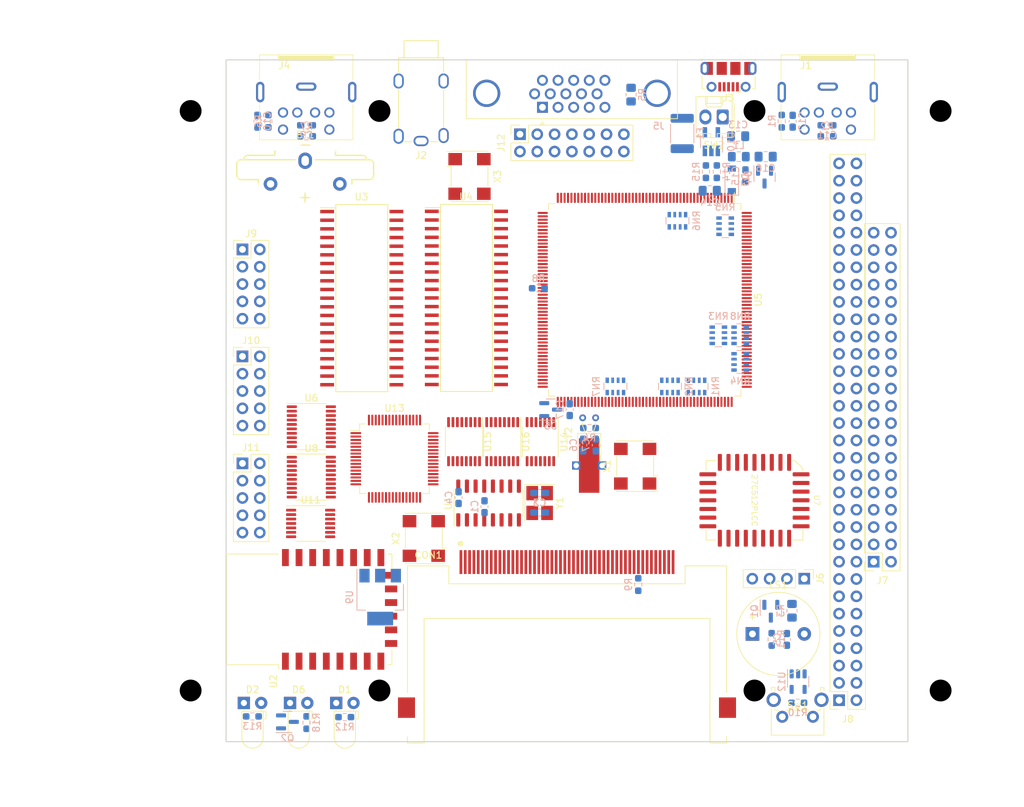
<source format=kicad_pcb>
(kicad_pcb (version 20210424) (generator pcbnew)
  (layers (0 "F.Cu" signal) (31 "B.Cu" signal) (34 "B.Paste" user) (35 "F.Paste" user) (36 "B.SilkS" user "B.Silkscreen") (37 "F.SilkS" user "F.Silkscreen") (38 "B.Mask" user) (39 "F.Mask" user) (44 "Edge.Cuts" user))
  (net 0 "")
  (net 1 "GND")
  (net 2 "Net-(C1-Pad2)")
  (net 3 "+5V")
  (net 4 "Net-(D2-Pad2)")
  (net 5 "Net-(J11-Pad4)")
  (net 6 "/USB_DM")
  (net 7 "/USB_DP")
  (net 8 "/DACK1")
  (net 9 "/DACK0")
  (net 10 "Net-(C5-Pad1)")
  (net 11 "Net-(C2-Pad1)")
  (net 12 "Net-(C3-Pad1)")
  (net 13 "Net-(D1-Pad2)")
  (net 14 "Net-(J6-Pad1)")
  (net 15 "Net-(J6-Pad2)")
  (net 16 "Net-(Q1-Pad1)")
  (net 17 "+BATT")
  (net 18 "Net-(F1-Pad2)")
  (net 19 "+3V3")
  (net 20 "Net-(C6-Pad1)")
  (net 21 "Net-(C7-Pad1)")
  (net 22 "/MEMW")
  (net 23 "/MEMR")
  (net 24 "/REFRESH")
  (net 25 "/MEMCS16")
  (net 26 "/MASTER")
  (net 27 "/IOCS16")
  (net 28 "/DACK5")
  (net 29 "/TC")
  (net 30 "/IOCHRDY")
  (net 31 "/AEN")
  (net 32 "/SD8")
  (net 33 "/SD9")
  (net 34 "/SD10")
  (net 35 "/SD11")
  (net 36 "/SD12")
  (net 37 "/SD13")
  (net 38 "/SD14")
  (net 39 "/SD15")
  (net 40 "/KBSJ")
  (net 41 "/XD7")
  (net 42 "/XD6")
  (net 43 "/XD5")
  (net 44 "/XD4")
  (net 45 "/XD3")
  (net 46 "/BD15")
  (net 47 "/BD14")
  (net 48 "/BD13")
  (net 49 "/BD12")
  (net 50 "/BD11")
  (net 51 "/BD10")
  (net 52 "/BD9")
  (net 53 "/BD8")
  (net 54 "/BD7")
  (net 55 "/BD6")
  (net 56 "/BD5")
  (net 57 "/BD4")
  (net 58 "/BD3")
  (net 59 "/BD2")
  (net 60 "/BD1")
  (net 61 "/BD0")
  (net 62 "/XD2")
  (net 63 "/XD1")
  (net 64 "/XD0")
  (net 65 "/SD7")
  (net 66 "/SD6")
  (net 67 "/SD5")
  (net 68 "/SD4")
  (net 69 "/SD3")
  (net 70 "/SD2")
  (net 71 "/SD1")
  (net 72 "/SD0")
  (net 73 "/SA15")
  (net 74 "/SA14")
  (net 75 "/SA13")
  (net 76 "/SA12")
  (net 77 "/SA11")
  (net 78 "/SA10")
  (net 79 "/SA9")
  (net 80 "/SA8")
  (net 81 "/SA7")
  (net 82 "/SA6")
  (net 83 "/SA5")
  (net 84 "/SA4")
  (net 85 "/SA3")
  (net 86 "/SA2")
  (net 87 "/SA1")
  (net 88 "/SA0")
  (net 89 "/SPKR")
  (net 90 "/WEJ")
  (net 91 "/RASJ0")
  (net 92 "/MA0")
  (net 93 "/MA1")
  (net 94 "/MA2")
  (net 95 "/MA3")
  (net 96 "/MA4")
  (net 97 "/MA5")
  (net 98 "/MA6")
  (net 99 "/MA7")
  (net 100 "/MA8")
  (net 101 "/MA9")
  (net 102 "/CAS0J1")
  (net 103 "/CAS0J0")
  (net 104 "/CAS1J0")
  (net 105 "/CAS1J1")
  (net 106 "/RASJ1")
  (net 107 "/MSCLK")
  (net 108 "/KBCLK")
  (net 109 "/KBDAT")
  (net 110 "/MSDAT")
  (net 111 "Net-(C15-Pad1)")
  (net 112 "Net-(C15-Pad2)")
  (net 113 "Net-(R14-Pad2)")
  (net 114 "/LA23")
  (net 115 "/LA22")
  (net 116 "/LA21")
  (net 117 "/LA20")
  (net 118 "/LA19")
  (net 119 "/LA18")
  (net 120 "/LA17")
  (net 121 "-12V")
  (net 122 "+12V")
  (net 123 "/SMEMW")
  (net 124 "/IOW")
  (net 125 "/SMEMR")
  (net 126 "/RESETL")
  (net 127 "/IRQ14")
  (net 128 "/IOR")
  (net 129 "/HDCS0")
  (net 130 "/HDCS1")
  (net 131 "Net-(J3-Pad1)")
  (net 132 "/~CF_BUSY")
  (net 133 "Net-(CON1-Pad46)")
  (net 134 "Net-(BT1-Pad1)")
  (net 135 "/DRQ7")
  (net 136 "/VGA_R")
  (net 137 "/VGA_G")
  (net 138 "/VGA_B")
  (net 139 "/DACK7")
  (net 140 "/SND_R")
  (net 141 "/RI1")
  (net 142 "/SBHE")
  (net 143 "/DRQ6")
  (net 144 "/DACK6")
  (net 145 "/DRQ5")
  (net 146 "/DRQ0")
  (net 147 "/DACK2")
  (net 148 "/DRQ1")
  (net 149 "/DRQ3")
  (net 150 "/DACK3")
  (net 151 "/DRQ2")
  (net 152 "/UART_INTA")
  (net 153 "/RX1")
  (net 154 "/0x3F8")
  (net 155 "/TX1")
  (net 156 "/0x2F8")
  (net 157 "/RX2")
  (net 158 "/UART_INTB")
  (net 159 "/UART_INTC")
  (net 160 "/0x3E8")
  (net 161 "/0x2E8")
  (net 162 "/UART_INTD")
  (net 163 "/TX2")
  (net 164 "/DSRA")
  (net 165 "Net-(U13-Pad25)")
  (net 166 "/CTSA")
  (net 167 "Net-(U15-Pad7)")
  (net 168 "/DTRA")
  (net 169 "/RTSA")
  (net 170 "/TXA")
  (net 171 "/TXB")
  (net 172 "/RTSB")
  (net 173 "/DTRB")
  (net 174 "/CTSB")
  (net 175 "/DSRB")
  (net 176 "/CDB")
  (net 177 "/RIB")
  (net 178 "/RXB")
  (net 179 "/CTS1")
  (net 180 "/RTS1")
  (net 181 "/DSR1")
  (net 182 "/DTR1")
  (net 183 "/DCD1")
  (net 184 "/RI2")
  (net 185 "/CTS2")
  (net 186 "/RTS2")
  (net 187 "/DSR2")
  (net 188 "/DTR2")
  (net 189 "/DCD2")
  (net 190 "/VGA_MON")
  (net 191 "Net-(J11-Pad1)")
  (net 192 "Net-(J11-Pad8)")
  (net 193 "Net-(J11-Pad6)")
  (net 194 "Net-(J12-Pad6)")
  (net 195 "/SND_L")
  (net 196 "Net-(J5-Pad9)")
  (net 197 "/RXA")
  (net 198 "/RIA")
  (net 199 "/VGA_HS")
  (net 200 "/VGA_VS")
  (net 201 "/CDA")
  (net 202 "/IRQ9")
  (net 203 "/IRQ7")
  (net 204 "/IRQ6")
  (net 205 "/IRQ5")
  (net 206 "/IRQ4")
  (net 207 "/IRQ3")
  (net 208 "/IRQ10")
  (net 209 "/IRQ11")
  (net 210 "/IRQ15")
  (net 211 "/SA19")
  (net 212 "/SA18")
  (net 213 "/SA17")
  (net 214 "/SA16")
  (net 215 "/IOCHCK")
  (net 220 "/RSTDRV")
  (net 221 "/NOWS")
  (net 222 "/SYSCLK")
  (net 223 "/BALE")
  (net 224 "/14MHz")
  (net 225 "/ESP_TX")
  (net 226 "/ESP_RX")
  (net 227 "/ESP_CTS")
  (net 228 "/ESP_RTS")
  (net 229 "Net-(R10-Pad2)")
  (net 230 "/RXC")
  (net 231 "/TXC")
  (net 232 "/RTSC")
  (net 233 "/DTRC")
  (net 234 "/DSRC")
  (net 235 "/CTSC")
  (net 236 "/CLK2")
  (net 237 "/PWG")
  (net 238 "/CTSD")
  (net 239 "/RTSD")
  (net 240 "/TXD")
  (net 241 "/RXD")
  (net 242 "Net-(D6-Pad1)")
  (net 243 "Net-(D6-Pad2)")
  (net 244 "/ESP_RST")
  (footprint "Connector_PinHeader_2.54mm:PinHeader_2x05_P2.54mm_Vertical" (layer "F.Cu") (at 101.8 91.0925)
    (fp_text reference "J10")
    (fp_text value "COM2")
  )
  (footprint "Crystal:Crystal_C38-LF_D3.0mm_L8.0mm_Horizontal_1EP_style2" (layer "F.Cu") (at 151.7 100.1)
    (fp_text reference "Y2")
    (fp_text value "32768 Hz")
  )
  (footprint "RF_Module:ESP-12E" (layer "F.Cu") (at 111.6 128.2 90)
    (fp_text reference "U2")
    (fp_text value "ESP-12E")
  )
  (footprint "Package_SO:SOIC-16_3.9x9.9mm_P1.27mm" (layer "F.Cu") (at 137.9 112.6 90)
    (fp_text reference "U1")
    (fp_text value "CH340G")
  )
  (footprint "Connector_PinSocket_2.54mm:PinSocket_2x32_P2.54mm_Vertical" (layer "F.Cu") (at 189.31 141.525 180)
    (fp_text reference "J8")
    (fp_text value "PC104")
  )
  (footprint "my:MountingHole_3.2mm_M3_dk5.2mm_Mask" (layer "F.Cu") (at 204.2 140.1)
    (fp_text reference "H6" hide)
    (fp_text value "MountingHole")
  )
  (footprint "Package_SO:TSSOP-14_4.4x5mm_P0.65mm" (layer "F.Cu") (at 111.8 115.6)
    (fp_text reference "U11")
    (fp_text value "TXB0104PW")
  )
  (footprint "Button_Switch_THT:SW_Tactile_SPST_Angled_PTS645Vx83-2LFS" (layer "F.Cu") (at 185.475 143.9525 180)
    (fp_text reference "SW1")
    (fp_text value "SW_Push")
  )
  (footprint "Connector_Dsub:DSUB-15-HD_Female_Horizontal_P2.29x1.98mm_EdgePinOffset3.03mm_Housed_MountingHolesOffset4.94mm" (layer "F.Cu") (at 145.8 54.56 180)
    (fp_text reference "J5")
    (fp_text value "DB15_Female_HighDensity_MountingHoles")
  )
  (footprint "my:SOJ-42" (layer "F.Cu") (at 134.6 83.47)
    (fp_text reference "U4")
    (fp_text value "MSM5118160F-JS")
  )
  (footprint "my:MountingHole_3.2mm_M3_dk5.2mm_Mask" (layer "F.Cu") (at 176.9 140.1)
    (fp_text reference "H3" hide)
    (fp_text value "MountingHole")
  )
  (footprint "my:MountingHole_3.2mm_M3_dk5.2mm_Mask" (layer "F.Cu") (at 121.9 55.1)
    (fp_text reference "H1" hide)
    (fp_text value "MountingHole")
  )
  (footprint "my:SOJ-42" (layer "F.Cu") (at 119.25 83.5)
    (fp_text reference "U3")
    (fp_text value "MSM5118160F-JS")
  )
  (footprint "Connector_USB:USB_Micro-B_Molex-105017-0001" (layer "F.Cu") (at 173.1 50.09 180)
    (fp_text reference "J3")
    (fp_text value "USB_B_Micro")
  )
  (footprint "my:PJ-322" (layer "F.Cu") (at 128 52.805)
    (fp_text reference "J2")
    (fp_text value "PJ-320")
  )
  (footprint "LED_THT:LED_D3.0mm_Horizontal_O1.27mm_Z6.0mm" (layer "F.Cu") (at 115.55 141.925)
    (fp_text reference "D1")
    (fp_text value "LED_Red")
  )
  (footprint "Package_QFP:LQFP-64_10x10mm_P0.5mm" (layer "F.Cu") (at 124.1 106.1)
    (fp_text reference "U13")
    (fp_text value "ST16C554")
  )
  (footprint "my:MountingHole_3.2mm_M3_dk5.2mm_Mask" (layer "F.Cu") (at 94.2 140.1)
    (fp_text reference "H7" hide)
    (fp_text value "MountingHole")
  )
  (footprint "Connector_PinSocket_2.54mm:PinSocket_2x07_P2.54mm_Vertical" (layer "F.Cu") (at 142.5 58.51 90)
    (fp_text reference "J12")
    (fp_text value "Conn_02x07_Odd_Even")
  )
  (footprint "Package_QFP:PQFP-208_28x28mm_P0.5mm" (layer "F.Cu") (at 160.8 82.8 -90)
    (fp_text reference "U5")
    (fp_text value "M6117D")
  )
  (footprint "Oscillator:Oscillator_SMD_SeikoEpson_SG8002CA-4Pin_7.0x5.0mm" (layer "F.Cu") (at 159.4 107.2 90)
    (fp_text reference "X1")
    (fp_text value "14.318 MHz")
  )
  (footprint "Package_SO:TSSOP-20_4.4x6.5mm_P0.65mm" (layer "F.Cu") (at 111.9 101.4)
    (fp_text reference "U6")
    (fp_text value "GD75232PW")
  )
  (footprint "my:PLCC-32_11.4x14.0mm_P1.27mm-longpads" (layer "F.Cu") (at 176.9 112.2 -90)
    (fp_text reference "U7")
    (fp_text value "27C512PLCC")
  )
  (footprint "Oscillator:Oscillator_SMD_SeikoEpson_SG8002CA-4Pin_7.0x5.0mm" (layer "F.Cu") (at 128.4 117.8 90)
    (fp_text reference "X2")
    (fp_text value "14.7456 MHz")
  )
  (footprint "my:MountingHole_3.2mm_M3_dk5.2mm_Mask" (layer "F.Cu") (at 176.9 55.1)
    (fp_text reference "H2" hide)
    (fp_text value "MountingHole")
  )
  (footprint "LED_THT:LED_D3.0mm_Horizontal_O1.27mm_Z6.0mm" (layer "F.Cu") (at 108.78 141.925)
    (fp_text reference "D6")
    (fp_text value "LED_Blue")
  )
  (footprint "Package_SO:TSSOP-14_4.4x5mm_P0.65mm" (layer "F.Cu") (at 145.5 103.6 -90)
    (fp_text reference "U14")
    (fp_text value "74LS32")
  )
  (footprint "my:TE_1734451-1-LONG" (layer "F.Cu") (at 149.4 121.2625)
    (fp_text reference "CON1")
    (fp_text value "CF-CARD-cfcard")
  )
  (footprint "my:MountingHole_3.2mm_M3_dk5.2mm_Mask" (layer "F.Cu") (at 204.2 55.1)
    (fp_text reference "H8" hide)
    (fp_text value "MountingHole")
  )
  (footprint "my:MountingHole_3.2mm_M3_dk5.2mm_Mask" (layer "F.Cu") (at 94.2 55.1)
    (fp_text reference "H5" hide)
    (fp_text value "MountingHole")
  )
  (footprint "Crystal:Crystal_SMD_SeikoEpson_TSX3225-4Pin_3.2x2.5mm_HandSoldering" (layer "F.Cu") (at 145.3875 112.6 -90)
    (fp_text reference "Y1")
    (fp_text value "12 MHz")
  )
  (footprint "Connector_PinSocket_2.54mm:PinSocket_2x20_P2.54mm_Vertical" (layer "F.Cu") (at 194.385 121.21 180)
    (fp_text reference "J7")
    (fp_text value "PC104_16")
  )
  (footprint "my:MountingHole_3.2mm_M3_dk5.2mm_Mask" (layer "F.Cu") (at 121.9 140.1)
    (fp_text reference "H4" hide)
    (fp_text value "MountingHole")
  )
  (footprint "Connector_Molex:Molex_KK-254_AE-6410-02A_1x02_P2.54mm_Vertical" (layer "F.Cu") (at 172.24 55.98 180)
    (fp_text reference "SW2")
    (fp_text value "Jumper / Pin header 1x2 Pitch=2.54mm")
  )
  (footprint "LED_THT:LED_D3.0mm_Horizontal_O1.27mm_Z6.0mm" (layer "F.Cu") (at 102.01 141.925)
    (fp_text reference "D2")
    (fp_text value "LED_Green")
  )
  (footprint "Connector_PinHeader_2.54mm:PinHeader_2x05_P2.54mm_Vertical" (layer "F.Cu") (at 101.8 75.405)
    (fp_text reference "J9")
    (fp_text value "COM1")
  )
  (footprint "Oscillator:Oscillator_SMD_SeikoEpson_SG8002CA-4Pin_7.0x5.0mm" (layer "F.Cu") (at 135.1 64.7 -90)
    (fp_text reference "X3")
    (fp_text value "80 MHz")
  )
  (footprint "Package_SO:TSSOP-16_4.4x5mm_P0.65mm" (layer "F.Cu") (at 134.3 103.6 -90)
    (fp_text reference "U15")
    (fp_text value "74HCT138")
  )
  (footprint "my:MINI_DIN_6_33PRIMARY" (layer "F.Cu") (at 111.15 53.1)
    (fp_text reference "J4")
    (fp_text value "Mini-DIN-6" hide)
  )
  (footprint "Buzzer_Beeper:Buzzer_12x9.5RM7.6" (layer "F.Cu") (at 176.6 131.8)
    (fp_text reference "LS1")
    (fp_text value "Speaker")
  )
  (footprint "my:CR2032V" (layer "F.Cu") (at 105.92 65.8)
    (fp_text reference "BT1")
    (fp_text value "1775485-1 or S8401-46")
  )
  (footprint "Connector_PinHeader_2.54mm:PinHeader_1x04_P2.54mm_Vertical" (layer "F.Cu") (at 184.2 123.7 -90)
    (fp_text reference "J6")
    (fp_text value "Conn_01x04")
  )
  (footprint "Package_SO:TSSOP-16_4.4x5mm_P0.65mm" (layer "F.Cu") (at 139.9 103.6 -90)
    (fp_text reference "U16")
    (fp_text value "74HCT138")
  )
  (footprint "my:MINI_DIN_6_33PRIMARY" (layer "F.Cu") (at 187.65 53.1)
    (fp_text reference "J1")
    (fp_text value "Mini-DIN-6" hide)
  )
  (footprint "Connector_PinHeader_2.54mm:PinHeader_2x05_P2.54mm_Vertical" (layer "F.Cu") (at 101.8 106.78)
    (fp_text reference "J11")
    (fp_text value "ESP")
  )
  (footprint "Package_SO:TSSOP-20_4.4x6.5mm_P0.65mm" (layer "F.Cu") (at 111.9 108.8)
    (fp_text reference "U8")
    (fp_text value "GD75232PW")
  )
  (footprint "Package_TO_SOT_SMD:SOT-23" (layer "B.Cu") (at 178.375 64.8 -90)
    (fp_text reference "D4")
    (fp_text value "BAT54S")
  )
  (footprint "Resistor_SMD:R_0805_2012Metric_Pad1.20x1.40mm_HandSolder" (layer "B.Cu") (at 182.4 128.4 -90)
    (fp_text reference "R3")
    (fp_text value "33")
  )
  (footprint "Fuse:Fuse_1812_4532Metric_Pad1.30x3.40mm_HandSolder" (layer "B.Cu") (at 166.3 58.4 90)
    (fp_text reference "F1")
    (fp_text value "2A")
  )
  (footprint "Resistor_SMD:R_0603_1608Metric_Pad0.98x0.95mm_HandSolder" (layer "B.Cu") (at 145.2 81.1 180)
    (fp_text reference "R8")
    (fp_text value "4.7k")
  )
  (footprint "Inductor_SMD:L_0805_2012Metric_Pad1.15x1.40mm_HandSolder" (layer "B.Cu") (at 174.6 61.8 180)
    (fp_text reference "L1")
    (fp_text value "L")
  )
  (footprint "Capacitor_SMD:C_0603_1608Metric_Pad1.08x0.95mm_HandSolder" (layer "B.Cu") (at 181.65 132.6 -90)
    (fp_text reference "C5")
    (fp_text value "10n")
  )
  (footprint "Capacitor_SMD:C_0603_1608Metric_Pad1.08x0.95mm_HandSolder" (layer "B.Cu") (at 145.3875 111.125)
    (fp_text reference "C2")
    (fp_text value "22p")
  )
  (footprint "Resistor_SMD:R_Array_Convex_4x0603" (layer "B.Cu") (at 171.6 88 180)
    (fp_text reference "RN3")
    (fp_text value "4.7k")
  )
  (footprint "Resistor_SMD:R_Array_Convex_4x0603" (layer "B.Cu") (at 164.5 95.5 90)
    (fp_text reference "RN2")
    (fp_text value "4.7k")
  )
  (footprint "Capacitor_SMD:C_0603_1608Metric_Pad1.08x0.95mm_HandSolder" (layer "B.Cu") (at 151.78 104.1 -90)
    (fp_text reference "C6")
    (fp_text value "15p")
  )
  (footprint "Package_TO_SOT_SMD:SOT-23" (layer "B.Cu") (at 108.4 144.7)
    (fp_text reference "Q2")
    (fp_text value "BC856")
  )
  (footprint "Package_TO_SOT_SMD:SOT-223-3_TabPin2" (layer "B.Cu") (at 122 126.4 -90)
    (fp_text reference "U9")
    (fp_text value "AMS1117-3.3")
  )
  (footprint "Resistor_SMD:R_Array_Convex_4x0603" (layer "B.Cu") (at 156.5 95.5 -90)
    (fp_text reference "RN7")
    (fp_text value "4.7k")
  )
  (footprint "Package_TO_SOT_SMD:SOT-23" (layer "B.Cu") (at 147 98.9)
    (fp_text reference "D5")
    (fp_text value "BAT54C")
  )
  (footprint "Capacitor_SMD:C_0603_1608Metric_Pad1.08x0.95mm_HandSolder" (layer "B.Cu") (at 153.62 104.1 -90)
    (fp_text reference "C7")
    (fp_text value "15p")
  )
  (footprint "Diode_SMD:D_SOD-123" (layer "B.Cu") (at 173.575 65.2 90)
    (fp_text reference "D3")
    (fp_text value "MBR0520")
  )
  (footprint "Capacitor_SMD:C_0603_1608Metric_Pad1.08x0.95mm_HandSolder" (layer "B.Cu") (at 133.5 111.8 -90)
    (fp_text reference "C4")
    (fp_text value "100n")
  )
  (footprint "Capacitor_SMD:C_0603_1608Metric_Pad1.08x0.95mm_HandSolder" (layer "B.Cu") (at 137.3 113.1375 -90)
    (fp_text reference "C1")
    (fp_text value "10n")
  )
  (footprint "Resistor_SMD:R_0603_1608Metric_Pad0.98x0.95mm_HandSolder" (layer "B.Cu") (at 103.26 143.9)
    (fp_text reference "R13")
    (fp_text value "470")
  )
  (footprint "Resistor_SMD:R_0603_1608Metric_Pad0.98x0.95mm_HandSolder" (layer "B.Cu") (at 169.775 64 -90)
    (fp_text reference "R15")
    (fp_text value "R")
  )
  (footprint "Resistor_SMD:R_Array_Convex_4x0603" (layer "B.Cu") (at 172.6 72 180)
    (fp_text reference "RN5")
    (fp_text value "330")
  )
  (footprint "Resistor_SMD:R_Array_Convex_4x0603" (layer "B.Cu") (at 174.8 91.9)
    (fp_text reference "RN4")
    (fp_text value "330")
  )
  (footprint "Resistor_SMD:R_0603_1608Metric_Pad0.98x0.95mm_HandSolder" (layer "B.Cu") (at 180.9 56.6 -90)
    (fp_text reference "R1")
    (fp_text value "4.7k")
  )
  (footprint "Capacitor_SMD:C_0603_1608Metric_Pad1.08x0.95mm_HandSolder" (layer "B.Cu") (at 111.2 57.2)
    (fp_text reference "C9")
    (fp_text value "47p")
  )
  (footprint "Resistor_SMD:R_0603_1608Metric_Pad0.98x0.95mm_HandSolder" (layer "B.Cu") (at 111.2 58.8 180)
    (fp_text reference "R7")
    (fp_text value "4.7k")
  )
  (footprint "Resistor_SMD:R_Array_Convex_4x0603" (layer "B.Cu") (at 165.6 71.2 90)
    (fp_text reference "RN6")
    (fp_text value "4.7k")
  )
  (footprint "Resistor_SMD:R_Array_Convex_4x0603" (layer "B.Cu") (at 168.4 95.5 90)
    (fp_text reference "RN1")
    (fp_text value "4.7k")
  )
  (footprint "Resistor_SMD:R_0603_1608Metric_Pad0.98x0.95mm_HandSolder" (layer "B.Cu") (at 179.42 132.6 90)
    (fp_text reference "R11")
    (fp_text value "1k")
  )
  (footprint "Capacitor_SMD:C_0603_1608Metric_Pad1.08x0.95mm_HandSolder" (layer "B.Cu") (at 187.5375 57.2)
    (fp_text reference "C11")
    (fp_text value "47p")
  )
  (footprint "Resistor_SMD:R_0603_1608Metric_Pad0.98x0.95mm_HandSolder" (layer "B.Cu") (at 105.6 56.6 -90)
    (fp_text reference "R6")
    (fp_text value "4.7k")
  )
  (footprint "Resistor_SMD:R_0603_1608Metric_Pad0.98x0.95mm_HandSolder" (layer "B.Cu") (at 159.85 124.55 -90)
    (fp_text reference "R9")
    (fp_text value "4.7k")
  )
  (footprint "Capacitor_SMD:C_0603_1608Metric_Pad1.08x0.95mm_HandSolder" (layer "B.Cu") (at 149.8 98.9 -90)
    (fp_text reference "C17")
    (fp_text value "100n")
  )
  (footprint "Resistor_SMD:R_Array_Convex_4x0603" (layer "B.Cu") (at 174.8 88 180)
    (fp_text reference "RN8")
    (fp_text value "1k")
  )
  (footprint "Resistor_SMD:R_0805_2012Metric_Pad1.20x1.40mm_HandSolder" (layer "B.Cu") (at 158.8 52.7 90)
    (fp_text reference "R5")
    (fp_text value "0")
  )
  (footprint "Package_TO_SOT_SMD:SOT-23" (layer "B.Cu") (at 179.3 128.47 -90)
    (fp_text reference "Q1")
    (fp_text value "BC817")
  )
  (footprint "Capacitor_SMD:C_0805_2012Metric_Pad1.18x1.45mm_HandSolder" (layer "B.Cu") (at 174.5 58.8 180)
    (fp_text reference "C13")
    (fp_text value "2.2u")
  )
  (footprint "Resistor_SMD:R_0603_1608Metric_Pad0.98x0.95mm_HandSolder" (layer "B.Cu") (at 171.375 64 90)
    (fp_text reference "R14")
    (fp_text value "R")
  )
  (footprint "Capacitor_SMD:C_0603_1608Metric_Pad1.08x0.95mm_HandSolder" (layer "B.Cu") (at 182.5 56.6 90)
    (fp_text reference "C12")
    (fp_text value "47p")
  )
  (footprint "Package_TO_SOT_SMD:SOT-23-5_HandSoldering" (layer "B.Cu") (at 170.575 59.6 90)
    (fp_text reference "U10")
    (fp_text value "LT1930")
  )
  (footprint "Capacitor_SMD:C_0805_2012Metric_Pad1.18x1.45mm_HandSolder" (layer "B.Cu") (at 170.3375 66.8)
    (fp_text reference "C14")
    (fp_text value "10u")
  )
  (footprint "Capacitor_SMD:C_0603_1608Metric_Pad1.08x0.95mm_HandSolder" (layer "B.Cu") (at 104 56.6 90)
    (fp_text reference "C10")
    (fp_text value "47p")
  )
  (footprint "Capacitor_SMD:C_0603_1608Metric_Pad1.08x0.95mm_HandSolder" (layer "B.Cu") (at 175.575 64.6 -90)
    (fp_text reference "C15")
    (fp_text value "100n")
  )
  (footprint "Resistor_SMD:R_0603_1608Metric_Pad0.98x0.95mm_HandSolder" (layer "B.Cu") (at 111.2 144.8 90)
    (fp_text reference "R18")
    (fp_text value "470")
  )
  (footprint "Resistor_SMD:R_0603_1608Metric_Pad0.98x0.95mm_HandSolder" (layer "B.Cu") (at 187.5375 58.8 180)
    (fp_text reference "R2")
    (fp_text value "4.7k")
  )
  (footprint "Capacitor_SMD:C_0603_1608Metric_Pad1.08x0.95mm_HandSolder" (layer "B.Cu") (at 145.3875 114 180)
    (fp_text reference "C3")
    (fp_text value "22p")
  )
  (footprint "Capacitor_SMD:C_0805_2012Metric_Pad1.18x1.45mm_HandSolder" (layer "B.Cu") (at 178.5375 61.8)
    (fp_text reference "C16")
    (fp_text value "1u")
  )
  (footprint "Resistor_SMD:R_0603_1608Metric_Pad0.98x0.95mm_HandSolder" (layer "B.Cu") (at 116.8 144)
    (fp_text reference "R12")
    (fp_text value "470")
  )
  (footprint "Resistor_SMD:R_0603_1608Metric_Pad0.98x0.95mm_HandSolder" (layer "B.Cu") (at 183.25 141.9)
    (fp_text reference "R10")
    (fp_text value "10k")
  )
  (footprint "Resistor_SMD:R_0603_1608Metric_Pad0.98x0.95mm_HandSolder" (layer "B.Cu") (at 152.7 101.6)
    (fp_text reference "R4")
    (fp_text value "10M")
  )
  (footprint "Package_TO_SOT_SMD:SOT-23-5" (layer "B.Cu") (at 183.3 138.8 -90)
    (fp_text reference "U12")
    (fp_text value "MAX823LEUK")
  )
  (gr_rect (start 99.4 47.6) (end 199.4 147.6) (layer "Edge.Cuts") (width 0.15) (fill none))
)
</source>
